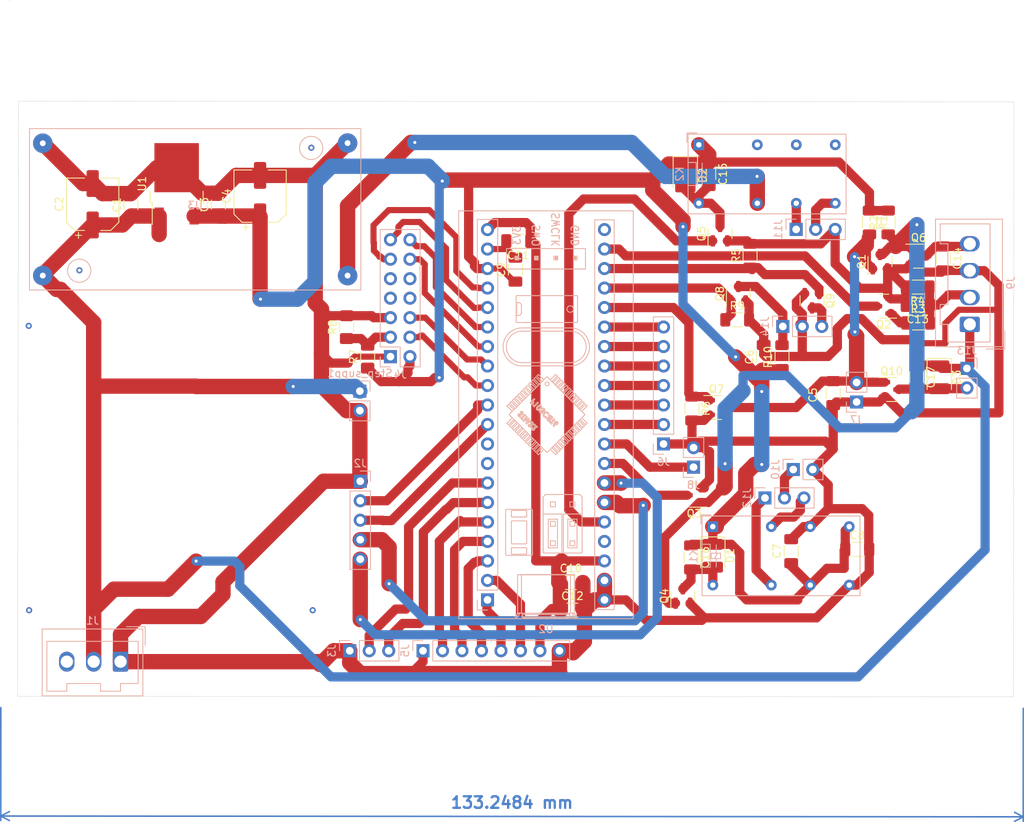
<source format=kicad_pcb>
(kicad_pcb (version 20211014) (generator pcbnew)
  (layers (0 "F.Cu" signal) (31 "B.Cu" signal) (34 "B.Paste" user) (35 "F.Paste" user) (36 "B.SilkS" user "B.Silkscreen") (37 "F.SilkS" user "F.Silkscreen") (38 "B.Mask" user) (39 "F.Mask" user) (44 "Edge.Cuts" user))
  (net 0 "")
  (net 1 "GND")
  (net 2 "+12V")
  (net 3 "+5V")
  (net 4 "Net-(C5-Pad1)")
  (net 5 "Net-(C13-Pad1)")
  (net 6 "Net-(J2-Pad2)")
  (net 7 "Net-(J2-Pad3)")
  (net 8 "Net-(C14-Pad1)")
  (net 10 "Net-(J3-Pad2)")
  (net 11 "Net-(J3-Pad3)")
  (net 12 "Net-(J4-Pad3)")
  (net 13 "Net-(J4-Pad4)")
  (net 14 "Net-(J4-Pad6)")
  (net 19 "Net-(J4-Pad11)")
  (net 20 "Net-(J4-Pad12)")
  (net 21 "Net-(J4-Pad13)")
  (net 22 "Net-(J4-Pad14)")
  (net 23 "Net-(J5-Pad2)")
  (net 24 "Net-(J5-Pad3)")
  (net 25 "Net-(J5-Pad4)")
  (net 26 "Net-(J5-Pad5)")
  (net 27 "Net-(J5-Pad6)")
  (net 28 "+3V3")
  (net 29 "Net-(J6-Pad2)")
  (net 30 "Net-(J6-Pad3)")
  (net 31 "Net-(J6-Pad4)")
  (net 32 "Net-(J6-Pad5)")
  (net 33 "Net-(J6-Pad6)")
  (net 34 "Net-(J6-Pad7)")
  (net 35 "Net-(J8-Pad1)")
  (net 36 "Net-(J10-Pad1)")
  (net 37 "Net-(C15-Pad2)")
  (net 38 "Net-(C16-Pad2)")
  (net 39 "Net-(C17-Pad2)")
  (net 40 "Net-(Q2-Pad1)")
  (net 42 "Net-(J2-Pad4)")
  (net 44 "Net-(J2-Pad5)")
  (net 45 "Net-(J11-Pad1)")
  (net 47 "Net-(J11-Pad2)")
  (net 48 "Net-(J12-Pad1)")
  (net 49 "Net-(J12-Pad3)")
  (net 51 "Net-(J14-Pad1)")
  (net 52 "Net-(Q9-Pad3)")
  (net 56 "Net-(K2-Pad13)")
  (net 57 "Net-(Q1-Pad3)")
  (net 58 "Net-(Q2-Pad3)")
  (net 59 "Net-(Q3-Pad3)")
  (net 60 "Net-(Q5-Pad1)")
  (net 61 "Net-(Q7-Pad1)")
  (net 62 "Net-(Q8-Pad1)")
  (net 63 "Net-(R5-Pad1)")
  (footprint "Capacitor_SMD:C_1206_3216Metric_Pad1.42x1.75mm_HandSolder" (layer "F.Cu") (at 72.8218 39.751 90)
    (fp_text reference "C1")
    (fp_text value "100n")
  )
  (footprint "Capacitor_SMD:CP_Elec_6.3x5.7" (layer "F.Cu") (at 67.8434 39.6494 90)
    (fp_text reference "C2")
    (fp_text value "10u")
  )
  (footprint "Capacitor_SMD:C_1206_3216Metric_Pad1.42x1.75mm_HandSolder" (layer "F.Cu") (at 84.2264 39.7002 90)
    (fp_text reference "C3")
    (fp_text value "100n")
  )
  (footprint "Capacitor_SMD:CP_Elec_6.3x5.7" (layer "F.Cu") (at 89.662 38.5902 90)
    (fp_text reference "C4")
    (fp_text value "10u")
  )
  (footprint "Package_TO_SOT_SMD:TO-252-2" (layer "F.Cu") (at 78.7908 36.9824 90)
    (fp_text reference "U1")
    (fp_text value "L7805")
  )
  (footprint "Resistor_SMD:R_1206_3216Metric_Pad1.42x1.75mm_HandSolder" (layer "F.Cu") (at 103.6828 59.5122 90)
    (fp_text reference "R7")
    (fp_text value "R")
  )
  (footprint "Resistor_SMD:R_1206_3216Metric_Pad1.42x1.75mm_HandSolder" (layer "F.Cu") (at 100.9396 55.6657 90)
    (fp_text reference "R8")
    (fp_text value "R")
  )
  (footprint "Package_TO_SOT_SMD:SOT-23" (layer "F.Cu") (at 170.942 52.9336 180)
    (fp_text reference "Q2")
    (fp_text value "2N7002")
  )
  (footprint "Resistor_SMD:R_1206_3216Metric_Pad1.30x1.75mm_HandSolder" (layer "F.Cu") (at 153.5176 46.3556 90)
    (fp_text reference "R5")
    (fp_text value "4k7")
  )
  (footprint "Resistor_SMD:R_1206_3216Metric_Pad1.30x1.75mm_HandSolder" (layer "F.Cu") (at 175.3616 50.4444 180)
    (fp_text reference "R4")
    (fp_text value "4k7")
  )
  (footprint "Capacitor_SMD:C_1206_3216Metric_Pad1.33x1.80mm_HandSolder" (layer "F.Cu") (at 167.4876 84.6328)
    (fp_text reference "C8")
    (fp_text value "10n")
  )
  (footprint "Package_TO_SOT_SMD:SOT-23" (layer "F.Cu") (at 146.2532 77.5716 180)
    (fp_text reference "Q3")
    (fp_text value "2N7002")
  )
  (footprint "Package_TO_SOT_SMD:SOT-23" (layer "F.Cu") (at 171.97725 63.79055)
    (fp_text reference "Q10")
    (fp_text value "2N7002")
  )
  (footprint "Resistor_SMD:R_1206_3216Metric_Pad1.30x1.75mm_HandSolder" (layer "F.Cu") (at 145.9484 66.268 -90)
    (fp_text reference "R6")
    (fp_text value "4k7")
  )
  (footprint "Package_TO_SOT_SMD:SOT-23" (layer "F.Cu") (at 161.5948 52.2224 -90)
    (fp_text reference "Q9")
    (fp_text value "2N7002")
  )
  (footprint "Diode_SMD:D_1210_3225Metric_Pad1.42x2.65mm_HandSolder" (layer "F.Cu") (at 145.0848 35.9013 -90)
    (fp_text reference "D2")
    (fp_text value "D")
  )
  (footprint "Resistor_SMD:R_1206_3216Metric_Pad1.30x1.75mm_HandSolder" (layer "F.Cu") (at 175.4124 55.118)
    (fp_text reference "R3")
    (fp_text value "4k7")
  )
  (footprint "Capacitor_SMD:C_1206_3216Metric_Pad1.33x1.80mm_HandSolder" (layer "F.Cu") (at 148.1328 35.7124 -90)
    (fp_text reference "C15")
    (fp_text value "100n")
  )
  (footprint "Package_TO_SOT_SMD:SOT-23" (layer "F.Cu") (at 170.45325 47.12815 90)
    (fp_text reference "Q1")
    (fp_text value "BC848")
  )
  (footprint "Capacitor_SMD:C_1206_3216Metric_Pad1.33x1.80mm_HandSolder" (layer "F.Cu") (at 178.68285 46.70945 -90)
    (fp_text reference "C14")
    (fp_text value "100n")
  )
  (footprint "Package_TO_SOT_SMD:SOT-23" (layer "F.Cu") (at 149.606 43.4848 90)
    (fp_text reference "Q5")
    (fp_text value "2N7002")
  )
  (footprint "Capacitor_SMD:C_1206_3216Metric_Pad1.33x1.80mm_HandSolder" (layer "F.Cu") (at 145.8214 85.6742 -90)
    (fp_text reference "C16")
    (fp_text value "100n")
  )
  (footprint "Package_TO_SOT_SMD:SOT-23" (layer "F.Cu") (at 149.1488 66.1416)
    (fp_text reference "Q7")
    (fp_text value "2N7002")
  )
  (footprint "Capacitor_SMD:C_1206_3216Metric_Pad1.33x1.80mm_HandSolder" (layer "F.Cu") (at 122.936 48.1715 90)
    (fp_text reference "C9")
    (fp_text value "10n")
  )
  (footprint "Capacitor_SMD:C_1206_3216Metric_Pad1.33x1.80mm_HandSolder" (layer "F.Cu") (at 155.2956 59.5499 90)
    (fp_text reference "C6")
    (fp_text value "10n")
  )
  (footprint "Resistor_SMD:R_1206_3216Metric_Pad1.30x1.75mm_HandSolder" (layer "F.Cu") (at 169.08165 42.02215 -90)
    (fp_text reference "R1")
    (fp_text value "4k7")
  )
  (footprint "Diode_SMD:D_1210_3225Metric_Pad1.42x2.65mm_HandSolder" (layer "F.Cu") (at 178.17485 62.20145 -90)
    (fp_text reference "D3")
    (fp_text value "D")
  )
  (footprint "Package_TO_SOT_SMD:SOT-23" (layer "F.Cu") (at 151.9936 51.308 90)
    (fp_text reference "Q8")
    (fp_text value "BC848")
  )
  (footprint "Capacitor_SMD:C_1206_3216Metric_Pad1.33x1.80mm_HandSolder" (layer "F.Cu") (at 158.877 84.8614 90)
    (fp_text reference "C7")
    (fp_text value "10n")
  )
  (footprint "Resistor_SMD:R_1206_3216Metric_Pad1.30x1.75mm_HandSolder" (layer "F.Cu") (at 171.52005 42.02215 90)
    (fp_text reference "R2")
    (fp_text value "10k")
  )
  (footprint "Diode_SMD:D_1210_3225Metric_Pad1.42x2.65mm_HandSolder" (layer "F.Cu") (at 148.6662 85.4567 -90)
    (fp_text reference "D1")
    (fp_text value "D")
  )
  (footprint "Package_TO_SOT_SMD:SOT-23" (layer "F.Cu") (at 144.7546 90.7034 90)
    (fp_text reference "Q4")
    (fp_text value "2N7002")
  )
  (footprint "Package_TO_SOT_SMD:SOT-23" (layer "F.Cu") (at 175.48245 46.41695)
    (fp_text reference "Q6")
    (fp_text value "2N7002")
  )
  (footprint "Resistor_SMD:R_1206_3216Metric_Pad1.30x1.75mm_HandSolder" (layer "F.Cu") (at 157.6832 59.5636 90)
    (fp_text reference "R10")
    (fp_text value "4k7")
  )
  (footprint "Capacitor_SMD:C_1206_3216Metric_Pad1.33x1.80mm_HandSolder" (layer "F.Cu") (at 123.317 44.45 180)
    (fp_text reference "C11")
    (fp_text value "10n")
  )
  (footprint "Capacitor_SMD:C_1206_3216Metric_Pad1.33x1.80mm_HandSolder" (layer "F.Cu") (at 130.1619 88.9508)
    (fp_text reference "C10")
    (fp_text value "10n")
  )
  (footprint "Resistor_SMD:R_1206_3216Metric_Pad1.30x1.75mm_HandSolder" (layer "F.Cu") (at 151.8412 54.7116)
    (fp_text reference "R9")
    (fp_text value "4k7")
  )
  (footprint "Capacitor_SMD:C_1206_3216Metric_Pad1.33x1.80mm_HandSolder" (layer "F.Cu") (at 175.3739 52.7812 180)
    (fp_text reference "C13")
    (fp_text value "10n")
  )
  (footprint "Capacitor_SMD:C_1206_3216Metric_Pad1.33x1.80mm_HandSolder" (layer "F.Cu") (at 175.22845 62.17725 -90)
    (fp_text reference "C17")
    (fp_text value "100n")
  )
  (footprint "Capacitor_SMD:C_1206_3216Metric_Pad1.33x1.80mm_HandSolder" (layer "F.Cu") (at 130.3651 92.5576)
    (fp_text reference "C12")
    (fp_text value "10n")
  )
  (footprint "Capacitor_SMD:C_1206_3216Metric_Pad1.33x1.80mm_HandSolder" (layer "F.Cu") (at 164.35725 64.26005 -90)
    (fp_text reference "C5")
    (fp_text value "1n")
  )
  (footprint "Connector_PinHeader_2.54mm:PinHeader_1x05_P2.54mm_Vertical" (layer "B.Cu") (at 102.7176 75.7478 180)
    (fp_text reference "J2")
    (fp_text value "Stepper")
  )
  (footprint "Connector_PinHeader_2.54mm:PinHeader_1x08_P2.54mm_Vertical" (layer "B.Cu") (at 110.8964 97.8408 -90)
    (fp_text reference "J5")
    (fp_text value "KEY_CON")
  )
  (footprint "Connector_Wago:Wago_734-134_1x04_P3.50mm_Vertical" (layer "B.Cu") (at 182.14955 55.30695 90)
    (fp_text reference "J9")
    (fp_text value "LNA_BOX")
  )
  (footprint "Module:YAAJ_BluePill_1" (layer "B.Cu") (at 119.3038 91.2114)
    (fp_text reference "U2")
    (fp_text value "YAAJ_BluePill_Part_Like" hide)
  )
  (footprint "Connector_PinHeader_2.54mm:PinHeader_1x03_P2.54mm_Vertical" (layer "B.Cu") (at 101.346 97.8408 -90)
    (fp_text reference "J3")
    (fp_text value "RS232")
  )
  (footprint "SQ2DK:XL6009E" (layer "B.Cu") (at 81.2038 40.3098)
    (fp_text reference "U3")
    (fp_text value "XL6009E1")
  )
  (footprint "Connector_Wago:Wago_734-133_1x03_P3.50mm_Vertical" (layer "B.Cu") (at 71.4756 99.2632 180)
    (fp_text reference "J1")
    (fp_text value "13.8V In")
  )
  (footprint "Connector_PinHeader_2.54mm:PinHeader_1x02_P2.54mm_Vertical" (layer "B.Cu") (at 102.6668 64.003 180)
    (fp_text reference "Step_supp1")
    (fp_text value "Conn_01x02")
  )
  (footprint "Connector_PinHeader_2.54mm:PinHeader_2x07_P2.54mm_Vertical" (layer "B.Cu") (at 106.6546 59.5122)
    (fp_text reference "J4")
    (fp_text value "LCD_DISP")
  )
  (footprint "Connector_PinHeader_2.54mm:PinHeader_1x07_P2.54mm_Vertical" (layer "B.Cu") (at 142.24 70.8914)
    (fp_text reference "J6")
    (fp_text value "ATT_CON")
  )
  (footprint "Connector_PinHeader_2.54mm:PinHeader_1x03_P2.54mm_Vertical" (layer "B.Cu") (at 155.463 77.9272 -90)
    (fp_text reference "J12")
    (fp_text value "NOR_ON")
  )
  (footprint "Connector_PinHeader_2.54mm:PinHeader_1x02_P2.54mm_Vertical" (layer "B.Cu") (at 159.1514 74.2188 -90)
    (fp_text reference "J10")
    (fp_text value "LNA_V")
  )
  (footprint "Connector_PinHeader_2.54mm:PinHeader_1x02_P2.54mm_Vertical" (layer "B.Cu") (at 146.1516 73.914)
    (fp_text reference "J8")
    (fp_text value "Fltr_lim")
  )
  (footprint "Connector_PinHeader_2.54mm:PinHeader_1x02_P2.54mm_Vertical" (layer "B.Cu") (at 167.40525 65.42115)
    (fp_text reference "J7")
    (fp_text value "PTT_In")
  )
  (footprint "Connector_PinHeader_2.54mm:PinHeader_1x03_P2.54mm_Vertical" (layer "B.Cu") (at 159.527 42.926 -90)
    (fp_text reference "J11")
    (fp_text value "Bypass")
  )
  (footprint "Relay_THT:Relay_DPDT_Omron_G5V-2" (layer "B.Cu") (at 146.8445 31.8991 -90)
    (fp_text reference "K2")
    (fp_text value "G5V-2")
  )
  (footprint "Relay_THT:Relay_DPDT_Omron_G5V-2" (layer "B.Cu") (at 148.6662 81.661 -90)
    (fp_text reference "K1")
    (fp_text value "G5V-2")
  )
  (footprint "Connector_PinHeader_2.54mm:PinHeader_1x03_P2.54mm_Vertical" (layer "B.Cu") (at 157.7848 55.5752 -90)
    (fp_text reference "J14")
    (fp_text value "PTT_IO")
  )
  (footprint "Connector_PinHeader_2.54mm:PinHeader_1x02_P2.54mm_Vertical" (layer "B.Cu") (at 181.78165 61.04235 180)
    (fp_text reference "J13")
    (fp_text value "Relay_dist")
  )
  (gr_line (start 57.0484 13.0556) (end 57.15 13.0556) (layer "Edge.Cuts") (width 0.05))
  (gr_line (start 58.2168 26.2128) (end 58.166 26.2128) (layer "Edge.Cuts") (width 0.05))
  (gr_line (start 58.166 28.1432) (end 58.0644 103.7844) (layer "Edge.Cuts") (width 0.05))
  (gr_line (start 187.9092 26.3144) (end 58.2168 26.2128) (layer "Edge.Cuts") (width 0.05))
  (gr_line (start 187.8584 103.8352) (end 187.9092 26.3144) (layer "Edge.Cuts") (width 0.05))
  (gr_line (start 58.166 26.2128) (end 58.166 28.1432) (layer "Edge.Cuts") (width 0.05))
  (gr_line (start 58.0644 103.7844) (end 187.8584 103.8352) (layer "Edge.Cuts") (width 0.05))
  (gr_line (start 57.0484 13.081) (end 57.0484 13.0556) (layer "Edge.Cuts") (width 0.05))
  (dimension (type aligned) (layer "B.Cu") (pts (xy 55.88 104.7496) (xy 189.1284 104.8512)) (height 14.630279) (gr_text "133,2484 mm" (at 122.494417 117.630676 359.9563128) (layer "B.Cu") (effects (font (size 1.5 1.5) (thickness 0.3)))) (format (units 3) (units_format 1) (precision 4)) (style (thickness 0.2) (arrow_length 1.27) (text_position_mode 0) (extension_height 0.58642) (extension_offset 0.5) keep_text_aligned))
  (via (at 96.3422 32.2834) (size 0.8) (drill 0.4) (layers "F.Cu" "B.Cu") (net 0))
  (via (at 59.563 92.5576) (size 0.8) (drill 0.4) (layers "F.Cu" "B.Cu") (net 0))
  (via (at 59.5122 55.499) (size 0.8) (drill 0.4) (layers "F.Cu" "B.Cu") (net 0))
  (via (at 66.1162 48.26) (size 0.8) (drill 0.4) (layers "F.Cu" "B.Cu") (net 0))
  (via (at 96.52 92.5576) (size 0.8) (drill 0.4) (layers "F.Cu" "B.Cu") (net 0))
  (segment (start 167.7924 50.5968) (end 171.45 50.5968) (width 1.2) (layer "F.Cu") (net 1))
  (segment (start 171.45 50.5968) (end 171.45 51.5541) (width 1.2) (layer "F.Cu") (net 1))
  (segment (start 171.14925 64.74055) (end 173.24725 66.83855) (width 1.2) (layer "F.Cu") (net 1))
  (segment (start 173.802 51.9836) (end 173.8116 51.9932) (width 1.2) (layer "F.Cu") (net 1))
  (segment (start 163.6776 59.4868) (end 160.6296 59.4868) (width 1.2) (layer "F.Cu") (net 1))
  (segment (start 71.4756 99.2632) (end 71.4756 95.7072) (width 2) (layer "F.Cu") (net 1))
  (segment (start 184.02725 48.30695) (end 182.14955 48.30695) (width 1.2) (layer "F.Cu") (net 1))
  (segment (start 153.1343 44.4223) (end 153.5176 44.8056) (width 1.2) (layer "F.Cu") (net 1))
  (segment (start 96.8756 52.5272) (end 96.8756 35.8648) (width 1.2) (layer "F.Cu") (net 1))
  (segment (start 175.4124 53.7464) (end 175.4124 57.0484) (width 1.2) (layer "F.Cu") (net 1))
  (segment (start 121.7545 44.45) (end 121.7545 45.4275) (width 0.8) (layer "F.Cu") (net 1))
  (segment (start 82.1211 38.2127) (end 78.7908 34.8824) (width 2) (layer "F.Cu") (net 1))
  (segment (start 174.97445 48.49975) (end 175.53325 48.49975) (width 1.2) (layer "F.Cu") (net 1))
  (segment (start 100.9396 54.1782) (end 98.5266 54.1782) (width 1.2) (layer "F.Cu") (net 1))
  (segment (start 153.5176 44.8056) (end 162.7274 44.8056) (width 1.2) (layer "F.Cu") (net 1))
  (segment (start 104.4702 54.4322) (end 106.6546 54.4322) (width 1.2) (layer "F.Cu") (net 1))
  (segment (start 147.5486 93.5482) (end 162.179 93.5482) (width 1.2) (layer "F.Cu") (net 1))
  (segment (start 134.5438 88.6714) (end 134.5438 91.2114) (width 2) (layer "F.Cu") (net 1))
  (segment (start 170.7896 57.3024) (end 168.0464 54.5592) (width 1.2) (layer "F.Cu") (net 1))
  (segment (start 160.6296 59.4868) (end 155.5496 59.4868) (width 1.2) (layer "F.Cu") (net 1))
  (segment (start 84.8284 88.8568) (end 97.9374 75.7478) (width 2) (layer "F.Cu") (net 1))
  (segment (start 175.1584 57.3024) (end 170.7896 57.3024) (width 1.2) (layer "F.Cu") (net 1))
  (segment (start 175.53325 48.49975) (end 178.45505 48.49975) (width 1.2) (layer "F.Cu") (net 1))
  (segment (start 131.9276 96.6216) (end 130.4544 98.0948) (width 2) (layer "F.Cu") (net 1))
  (segment (start 130.4544 98.0948) (end 130.2004 97.8408) (width 2) (layer "F.Cu") (net 1))
  (segment (start 76.2029 34.8824) (end 72.8218 38.2635) (width 2) (layer "F.Cu") (net 1))
  (segment (start 160.02 55.2704) (end 160.3248 55.5752) (width 1.2) (layer "F.Cu") (net 1))
  (segment (start 89.662 35.8902) (end 86.5489 35.8902) (width 2) (layer "F.Cu") (net 1))
  (segment (start 67.8434 36.9494) (end 66.5912 36.9494) (width 2) (layer "F.Cu") (net 1))
  (segment (start 164.8968 55.8292) (end 164.8968 58.2676) (width 1.2) (layer "F.Cu") (net 1))
  (segment (start 175.4124 57.0484) (end 175.1584 57.3024) (width 1.2) (layer "F.Cu") (net 1))
  (segment (start 161.3662 81.661) (end 163.703 79.3242) (width 1.2) (layer "F.Cu") (net 1))
  (segment (start 84.8284 90.4824) (end 84.8284 88.8568) (width 2) (layer "F.Cu") (net 1))
  (segment (start 78.7908 34.8824) (end 76.2029 34.8824) (width 2) (layer "F.Cu") (net 1))
  (segment (start 167.40525 65.42115) (end 170.35915 65.42115) (width 1.2) (layer "F.Cu") (net 1))
  (segment (start 182.11455 48.27195) (end 182.14955 48.30695) (width 1.2) (layer "F.Cu") (net 1))
  (segment (start 147.1907 76.5833) (end 148.2344 75.5396) (width 1.2) (layer "F.Cu") (net 1))
  (segment (start 145.9484 67.818) (end 147.4849 67.818) (width 1.2) (layer "F.Cu") (net 1))
  (segment (start 101.346 99.4156) (end 102.743 100.8126) (width 2) (layer "F.Cu") (net 1))
  (segment (start 73.8124 93.3704) (end 81.9404 93.3704) (width 2) (layer "F.Cu") (net 1))
  (segment (start 155.2956 57.9874) (end 155.2956 56.616) (width 1.2) (layer "F.Cu") (net 1))
  (segment (start 160.5149 81.661) (end 158.877 83.2989) (width 1.2) (layer "F.Cu") (net 1))
  (segment (start 171.45 51.5541) (end 171.8795 51.9836) (width 1.2) (layer "F.Cu") (net 1))
  (segment (start 175.63365 48.60015) (end 175.4124 48.8214) (width 1.2) (layer "F.Cu") (net 1))
  (segment (start 128.6764 100.7364) (end 128.7526 100.8126) (width 2) (layer "F.Cu") (net 1))
  (segment (start 97.4836 99.6204) (end 99.2632 97.8408) (width 2) (layer "F.Cu") (net 1))
  (segment (start 169.0501 87.6423) (end 167.4114 89.281) (width 1.2) (layer "F.Cu") (net 1))
  (segment (start 171.40325 48.06565) (end 173.84625 48.06565) (width 1.2) (layer "F.Cu") (net 1))
  (segment (start 119.4054 45.593) (end 119.3038 45.4914) (width 1.2) (layer "F.Cu") (net 1))
  (segment (start 150.556 44.4223) (end 153.1343 44.4223) (width 1.2) (layer "F.Cu") (net 1))
  (segment (start 174.4472 52.7812) (end 175.4124 53.7464) (width 1.2) (layer "F.Cu") (net 1))
  (segment (start 128.6764 97.8408) (end 128.6764 100.7364) (width 2) (layer "F.Cu") (net 1))
  (segment (start 176.1236 57.7596) (end 175.4124 57.0484) (width 0.8) (layer "F.Cu") (net 1))
  (segment (start 147.0016 70.524) (end 163.3283 70.524) (width 1.2) (layer "F.Cu") (net 1))
  (segment (start 173.8116 51.9932) (end 173.8116 52.781) (width 1.2) (layer "F.Cu") (net 1))
  (segment (start 164.35725 65.82255) (end 164.35725 71.55295) (width 1.2) (layer "F.Cu") (net 1))
  (segment (start 97.663 53.3146) (end 97.5106 53.1622) (width 2) (layer "F.Cu") (net 1))
  (segment (start 169.0501 84.6328) (end 169.0501 87.6423) (width 1.2) (layer "F.Cu") (net 1))
  (segment (start 128.7526 100.8126) (end 102.743 100.8126) (width 2) (layer "F.Cu") (net 1))
  (segment (start 162.7274 44.8056) (end 164.607 42.926) (width 1.2) (layer "F.Cu") (net 1))
  (segment (start 178.9684 57.7596) (end 176.1236 57.7596) (width 0.8) (layer "F.Cu") (net 1))
  (segment (start 173.8114 52.7812) (end 174.4472 52.7812) (width 1.2) (layer "F.Cu") (net 1))
  (segment (start 69.1575 38.2635) (end 67.8434 36.9494) (width 2) (layer "F.Cu") (net 1))
  (segment (start 168.1226 79.3242) (end 168.9862 80.1878) (width 1.2) (layer "F.Cu") (net 1))
  (segment (start 164.75865 65.42115) (end 164.35725 65.82255) (width 1.2) (layer "F.Cu") (net 1))
  (segment (start 171.45 50.5968) (end 171.45 48.1124) (width 1.2) (layer "F.Cu") (net 1))
  (segment (start 168.9862 80.1878) (end 168.9862 84.5689) (width 1.2) (layer "F.Cu") (net 1))
  (segment (start 147.1907 76.6216) (end 147.5588 76.6216) (width 1.2) (layer "F.Cu") (net 1))
  (segment (start 101.346 97.8408) (end 101.346 99.4156) (width 2) (layer "F.Cu") (net 1))
  (segment (start 185.94725 66.83855) (end 185.94725 53.37155) (width 1.2) (layer "F.Cu") (net 1))
  (segment (start 97.663 59.1312) (end 97.663 53.3146) (width 2) (layer "F.Cu") (net 1))
  (segment (start 147.2184 93.8784) (end 147.5486 93.5482) (width 1.2) (layer "F.Cu") (net 1))
  (segment (start 147.4849 67.818) (end 148.2113 67.0916) (width 1.2) (layer "F.Cu") (net 1))
  (segment (start 96.8502 35.8902) (end 89.662 35.8902) (width 2) (layer "F.Cu") (net 1))
  (segment (start 130.2004 97.8408) (end 128.6764 97.8408) (width 2) (layer "F.Cu") (net 1))
  (segment (start 137.3378 91.2114) (end 140.0048 93.8784) (width 1.2) (layer "F.Cu") (net 1))
  (segment (start 99.2632 97.8408) (end 101.346 97.8408) (width 2) (layer "F.Cu") (net 1))
  (segment (start 167.4114 89.281) (end 166.4462 89.281) (width 1.2) (layer "F.Cu") (net 1))
  (segment (start 131.7244 92.3544) (end 131.9276 92.5576) (width 2) (layer "F.Cu") (net 1))
  (segment (start 131.9276 92.5576) (end 131.9276 96.6216) (width 2) (layer "F.Cu") (net 1))
  (segment (start 171.45 48.1124) (end 171.40325 48.06565) (width 1.2) (layer "F.Cu") (net 1))
  (segment (start 155.2956 59.2328) (end 155.2956 57.9874) (width 1.2) (layer "F.Cu") (net 1))
  (segment (start 98.5266 54.1782) (end 97.663 55.0418) (width 1.2) (layer "F.Cu") (net 1))
  (segment (start 168.0464 54.5592) (end 166.1668 54.5592) (width 1.2) (layer "F.Cu") (net 1))
  (segment (start 164.8968 58.2676) (end 163.6776 59.4868) (width 1.2) (layer "F.Cu") (net 1))
  (segment (start 133.2738 91.2114) (end 131.9276 92.5576) (width 2) (layer "F.Cu") (net 1))
  (segment (start 147.1907 76.6216) (end 147.1907 76.5833) (width 1.2) (layer "F.Cu") (net 1))
  (segment (start 163.3283 70.524) (end 164.35725 71.55295) (width 1.2) (layer "F.Cu") (net 1))
  (segment (start 173.8116 50.4444) (end 173.8116 51.9932) (width 1.2) (layer "F.Cu") (net 1))
  (segment (start 173.24725 66.83855) (end 185.94725 66.83855) (width 1.2) (layer "F.Cu") (net 1))
  (segment (start 66.5912 36.9494) (end 61.341 31.6992) (width 2) (layer "F.Cu") (net 1))
  (segment (start 159.5628 53.1876) (end 159.5628 52.3669) (width 1.2) (layer "F.Cu") (net 1))
  (segment (start 84.2264 38.2127) (end 82.1211 38.2127) (width 2) (layer "F.Cu") (net 1))
  (segment (start 71.4756 99.2632) (end 97.1264 99.2632) (width 2) (layer "F.Cu") (net 1))
  (segment (start 160.3248 59.182) (end 160.6296 59.4868) (width 1.2) (layer "F.Cu") (net 1))
  (segment (start 173.8116 52.781) (end 173.8114 52.7812) (width 1.2) (layer "F.Cu") (net 1))
  (segment (start 145.7046 91.7042) (end 147.5486 93.5482) (width 1.2) (layer "F.Cu") (net 1))
  (segment (start 153.3912 54.7116) (end 153.3912 52.6931) (width 1.2) (layer "F.Cu") (net 1))
  (segment (start 131.7244 88.9508) (end 131.7244 92.3544) (width 2) (layer "F.Cu") (net 1))
  (segment (start 97.663 59.1312) (end 98.8822 60.3504) (width 1.2) (layer "F.Cu") (net 1))
  (segment (start 147.9804 71.882) (end 147.4724 71.374) (width 1.2) (layer "F.Cu") (net 1))
  (segment (start 97.663 63.2714) (end 97.663 59.1312) (width 2) (layer "F.Cu") (net 1))
  (segment (start 170.35915 65.42115) (end 171.03975 64.74055) (width 1.2) (layer "F.Cu") (net 1))
  (segment (start 106.6546 59.5122) (end 101.981 59.5122) (width 0.8) (layer "F.Cu") (net 1))
  (segment (start 178.45505 48.49975) (end 178.68285 48.27195) (width 1.2) (layer "F.Cu") (net 1))
  (segment (start 163.703 76.2304) (end 161.6914 74.2188) (width 1.2) (layer "F.Cu") (net 1))
  (segment (start 153.3912 52.6931) (end 152.9436 52.2455) (width 1.2) (layer "F.Cu") (net 1))
  (segment (start 166.1668 54.5592) (end 164.8968 55.8292) (width 1.2) (layer "F.Cu") (net 1))
  (segment (start 97.1264 99.2632) (end 97.4836 99.6204) (width 2) (layer "F.Cu") (net 1))
  (segment (start 142.24 70.8914) (end 145.669 70.8914) (width 1.2) (layer "F.Cu") (net 1))
  (segment (start 109.347 100.8126) (end 128.7526 100.8126) (width 1.2) (layer "F.Cu") (net 1))
  (segment (start 164.607 47.4114) (end 167.7924 50.5968) (width 1.2) (layer "F.Cu") (net 1))
  (segment (start 173.84625 48.06565) (end 174.54495 47.36695) (width 1.2) (layer "F.Cu") (net 1))
  (segment (start 173.782 50.4444) (end 171.45 48.1124) (width 1.2) (layer "F.Cu") (net 1))
  (segment (start 97.9374 75.7478) (end 102.7176 75.7478) (width 2) (layer "F.Cu") (net 1))
  (segment (start 185.94725 53.37155) (end 185.94725 50.22695) (width 1.2) (layer "F.Cu") (net 1))
  (segment (start 148.2344 71.882) (end 147.9804 71.882) (width 1.2) (layer "F.Cu") (net 1))
  (segment (start 86.5489 35.8902) (end 84.2264 38.2127) (width 2) (layer "F.Cu") (net 1))
  (segment (start 96.8502 35.8902) (end 96.8756 35.8648) (width 1.2) (layer "F.Cu") (net 1))
  (segment (start 145.9484 67.818) (end 145.9484 71.1708) (width 1.2) (layer "F.Cu") (net 1))
  (segment (start 162.179 93.5482) (end 166.4462 89.281) (width 1.2) (layer "F.Cu") (net 1))
  (segment (start 145.7046 91.6409) (end 145.7046 91.7042) (width 1.2) (layer "F.Cu") (net 1))
  (segment (start 97.5106 53.1622) (end 96.8502 52.5018) (width 2) (layer "F.Cu") (net 1))
  (segment (start 180.73025 53.40695) (end 178.9684 55.1688) (width 0.8) (layer "F.Cu") (net 1))
  (segment (start 101.981 59.5122) (end 101.1428 60.3504) (width 0.8) (layer "F.Cu") (net 1))
  (segment (start 163.703 79.3242) (end 168.1226 79.3242) (width 1.2) (layer "F.Cu") (net 1))
  (segment (start 155.5496 59.4868) (end 155.2956 59.2328) (width 1.2) (layer "F.Cu") (net 1))
  (segment (start 178.9684 55.1688) (end 178.9684 57.7596) (width 0.8) (layer "F.Cu") (net 1))
  (segment (start 174.54495 48.07025) (end 174.97445 48.49975) (width 1.2) (layer "F.Cu") (net 1))
  (segment (start 173.8116 50.4444) (end 173.782 50.4444) (width 1.2) (layer "F.Cu") (net 1))
  (segment (start 102.743 100.8126) (end 109.347 100.8126) (width 1.2) (layer "F.Cu") (net 1))
  (segment (start 164.35725 71.55295) (end 161.6914 74.2188) (width 1.2) (layer "F.Cu") (net 1))
  (segment (start 159.5628 52.3669) (end 160.6448 51.2849) (width 1.2) (layer "F.Cu") (net 1))
  (segment (start 161.2088 81.5036) (end 161.3662 81.661) (width 1.2) (layer "F.Cu") (net 1))
  (segment (start 174.54495 47.36695) (end 174.54495 48.07025) (width 1.2) (layer "F.Cu") (net 1))
  (segment (start 160.3248 53.9496) (end 159.5628 53.1876) (width 1.2) (layer "F.Cu") (net 1))
  (segment (start 145.9484 71.1708) (end 146.1516 71.374) (width 1.2) (layer "F.Cu") (net 1))
  (segment (start 160.3248 55.5752) (end 160.3248 53.9496) (width 1.2) (layer "F.Cu") (net 1))
  (segment (start 71.4756 95.7072) (end 73.8124 93.3704) (width 2) (layer "F.Cu") (net 1))
  (segment (start 119.3038 45.4914) (end 121.6906 45.4914) (width 0.8) (layer "F.Cu") (net 1))
  (segment (start 96.8756 35.8648) (end 101.0666 31.6738) (width 2) (layer "F.Cu") (net 1))
  (segment (start 102.6668 66.543) (end 100.9346 66.543) (width 2) (layer "F.Cu") (net 1))
  (segment (start 134.5438 91.2114) (end 137.3378 91.2114) (width 1.2) (layer "F.Cu") (net 1))
  (segment (start 178.68285 48.27195) (end 182.11455 48.27195) (width 1.2) (layer "F.Cu") (net 1))
  (segment (start 104.2162 54.1782) (end 100.9396 54.1782) (width 1.2) (layer "F.Cu") (net 1))
  (segment (start 98.5266 54.1782) (end 97.5106 53.1622) (width 1.2) (layer "F.Cu") (net 1))
  (segment (start 161.3662 81.661) (end 160.5149 81.661) (width 1.2) (layer "F.Cu") (net 1))
  (segment (start 168.9862 84.5689) (end 169.0501 84.6328) (width 1.2) (layer "F.Cu") (net 1))
  (segment (start 164.607 42.926) (end 164.607 47.4114) (width 1.2) (layer "F.Cu") (net 1))
  (segment (start 97.5106 53.1622) (end 96.8756 52.5272) (width 1.2) (layer "F.Cu") (net 1))
  (segment (start 134.5438 91.2114) (end 133.2738 91.2114) (width 2) (layer "F.Cu") (net 1))
  (segment (start 81.9404 93.3704) (end 84.8284 90.4824) (width 2) (layer "F.Cu") (net 1))
  (segment (start 185.94725 53.37155) (end 185.91185 53.40695) (width 0.8) (layer "F.Cu") (net 1))
  (segment (start 146.1516 71.374) (end 147.0016 70.524) (width 1.2) (layer "F.Cu") (net 1))
  (segment (start 97.663 55.0418) (end 97.663 59.1312) (width 1.2) (layer "F.Cu") (net 1))
  (segment (start 100.9346 66.543) (end 97.663 63.2714) (width 2) (layer "F.Cu") (net 1))
  (segment (start 104.4702 54.4322) (end 104.2162 54.1782) (width 1.2) (layer "F.Cu") (net 1))
  (segment (start 102.6668 75.697) (end 102.7176 75.7478) (width 2) (layer "F.Cu") (net 1))
  (segment (start 110.8964 99.2632) (end 110.8964 97.8408) (width 1.2) (layer "F.Cu") (net 1))
  (segment (start 171.03975 64.74055) (end 171.14925 64.74055) (width 1.2) (layer "F.Cu") (net 1))
  (segment (start 98.8822 60.3504) (end 101.1428 60.3504) (width 1.2) (layer "F.Cu") (net 1))
  (segment (start 185.94725 50.22695) (end 184.02725 48.30695) (width 1.2) (layer "F.Cu") (net 1))
  (segment (start 155.2956 56.616) (end 153.3912 54.7116) (width 1.2) (layer "F.Cu") (net 1))
  (segment (start 163.703 79.3242) (end 163.703 76.2304) (width 1.2) (layer "F.Cu") (net 1))
  (segment (start 140.0048 93.8784) (end 147.2184 93.8784) (width 1.2) (layer "F.Cu") (net 1))
  (segment (start 121.7545 45.4275) (end 122.936 46.609) (width 0.8) (layer "F.Cu") (net 1))
  (segment (start 167.40525 65.42115) (end 164.75865 65.42115) (width 1.2) (layer "F.Cu") (net 1))
  (segment (start 175.53325 48.49975) (end 175.63365 48.60015) (width 1.2) (layer "F.Cu") (net 1))
  (segment (start 109.347 100.8126) (end 110.8964 99.2632) (width 1.2) (layer "F.Cu") (net 1))
  (segment (start 148.2344 75.5396) (end 148.2344 71.882) (width 1.2) (layer "F.Cu") (net 1))
  (segment (start 147.4724 71.374) (end 146.1516 71.374) (width 1.2) (layer "F.Cu") (net 1))
  (segment (start 121.6906 45.4914) (end 121.7545 45.4275) (width 0.8) (layer "F.Cu") (net 1))
  (segment (start 145.669 70.8914) (end 146.1516 71.374) (width 1.2) (layer "F.Cu") (net 1))
  (segment (start 72.8218 38.2635) (end 69.1575 38.2635) (width 2) (layer "F.Cu") (net 1))
  (segment (start 185.91185 53.40695) (end 180.73025 53.40695) (width 0.8) (layer "F.Cu") (net 1))
  (segment (start 171.8795 51.9836) (end 173.802 51.9836) (width 1.2) (layer "F.Cu") (net 1))
  (segment (start 160.3248 55.5752) (end 160.3248 59.182) (width 1.2) (layer "F.Cu") (net 1))
  (segment (start 102.6668 66.543) (end 102.6668 75.697) (width 2) (layer "F.Cu") (net 1))
  (segment (start 96.8502 52.5018) (end 96.8502 35.8902) (width 2) (layer "F.Cu") (net 1))
  (segment (start 67.9756 92.4508) (end 67.9756 63.3528) (width 2) (layer "F.Cu") (net 2))
  (segment (start 67.9756 92.4508) (end 67.9756 99.2632) (width 2) (layer "F.Cu") (net 2))
  (segment (start 67.9756 55.0724) (end 63.6524 50.7492) (width 2) (layer "F.Cu") (net 2))
  (segment (start 76.5108 43.5924) (end 76.5108 41.1824) (width 2) (layer "F.Cu") (net 2))
  (segment (start 81.2852 63.3528) (end 67.9756 63.3528) (width 2) (layer "F.Cu") (net 2))
  (segment (start 181.78165 61.04235) (end 178.50325 61.04235) (width 1.2) (layer "F.Cu") (net 2))
  (segment (start 72.8218 41.2385) (end 72.8779 41.1824) (width 2) (layer "F.Cu") (net 2))
  (segment (start 81.3308 63.3984) (end 93.98 63.3984) (width 2) (layer "F.Cu") (net 2))
  (segment (start 71.7109 42.3494) (end 72.8218 41.2385) (width 2) (layer "F.Cu") (net 2))
  (segment (start 77.6732 89.8144) (end 70.612 89.8144) (width 2) (layer "F.Cu") (net 2))
  (segment (start 175.22845 60.61475) (end 178.07565 60.61475) (width 1.2) (layer "F.Cu") (net 2))
  (segment (start 61.341 48.8518) (end 67.8434 42.3494) (width 2) (layer "F.Cu") (net 2))
  (segment (start 81.3308 86.1568) (end 77.6732 89.8144) (width 2) (layer "F.Cu") (net 2))
  (segment (start 182.14955 60.67445) (end 181.78165 61.04235) (width 1.2) (layer "F.Cu") (net 2))
  (segment (start 178.07565 60.61475) (end 178.17485 60.71395) (width 1.2) (layer "F.Cu") (net 2))
  (segment (start 63.6524 50.7492) (end 63.1444 50.7492) (width 2) (layer "F.Cu") (net 2))
  (segment (start 81.3308 63.3984) (end 81.2852 63.3528) (width 2) (layer "F.Cu") (net 2))
  (segment (start 76.5108 41.1824) (end 75.4724 41.1824) (width 1.2) (layer "F.Cu") (net 2))
  (segment (start 70.612 89.8144) (end 67.9756 92.4508) (width 2) (layer "F.Cu") (net 2))
  (segment (start 70.137 42.3494) (end 71.7109 42.3494) (width 2) (layer "F.Cu") (net 2))
  (segment (start 63.1444 50.7492) (end 61.341 48.9458) (width 2) (layer "F.Cu") (net 2))
  (segment (start 72.8779 41.1824) (end 75.4724 41.1824) (width 2) (layer "F.Cu") (net 2))
  (segment (start 67.9756 63.3528) (end 67.9756 55.0724) (width 2) (layer "F.Cu") (net 2))
  (segment (start 178.50325 61.04235) (end 178.17485 60.71395) (width 1.2) (layer "F.Cu") (net 2))
  (segment (start 70.137 42.3494) (end 67.8434 42.3494) (width 2) (layer "F.Cu") (net 2))
  (segment (start 182.14955 55.30695) (end 182.14955 60.67445) (width 1.2) (layer "F.Cu") (net 2))
  (segment (start 61.341 48.9458) (end 61.341 48.8518) (width 2) (layer "F.Cu") (net 2))
  (via (at 81.3308 86.1568) (size 0.8) (drill 0.4) (layers "F.Cu" "B.Cu") (net 2))
  (via (at 93.98 63.3984) (size 0.8) (drill 0.4) (layers "F.Cu" "B.Cu") (net 2))
  (segment (start 98.9076 101.2444) (end 87.0204 89.3572) (width 1.2) (layer "B.Cu") (net 2))
  (segment (start 87.0204 86.868) (end 86.3092 86.1568) (width 1.2) (layer "B.Cu") (net 2))
  (segment (start 93.98 63.3984) (end 102.0622 63.3984) (width 2) (layer "B.Cu") (net 2))
  (segment (start 181.78165 61.04235) (end 184.15 63.4107) (width 1.2) (layer "B.Cu") (net 2))
  (segment (start 184.15 84.6836) (end 167.5892 101.2444) (width 1.2) (layer "B.Cu") (net 2))
  (segment (start 167.5892 101.2444) (end 98.9076 101.2444) (width 1.2) (layer "B.Cu") (net 2))
  (segment (start 102.0622 63.3984) (end 102.6668 64.003) (width 2) (layer "B.Cu") (net 2))
  (segment (start 184.15 63.4107) (end 184.15 84.6836) (width 1.2) (layer "B.Cu") (net 2))
  (segment (start 86.3092 86.1568) (end 81.3308 86.1568) (width 1.2) (layer "B.Cu") (net 2))
  (segment (start 87.0204 89.3572) (end 87.0204 86.868) (width 1.2) (layer "B.Cu") (net 2))
  (segment (start 155.1212 61.2868) (end 155.2956 61.2868) (width 2) (layer "F.Cu") (net 3))
  (segment (start 152.1714 90.297) (end 153.0858 91.2114) (width 1.2) (layer "F.Cu") (net 3))
  (segment (start 165.7858 87.0966) (end 165.7858 84.7721) (width 1.2) (layer "F.Cu") (net 3))
  (segment (start 165.7858 84.7721) (end 165.9251 84.6328) (width 1.2) (layer "F.Cu") (net 3))
  (segment (start 155.0416 62.4332) (end 154.5336 62.4332) (width 2) (layer "F.Cu") (net 3))
  (segment (start 142.929 34.4138) (end 145.0848 34.4138) (width 2) (layer "F.Cu") (net 3))
  (segment (start 116.84 36.4998) (end 116.84 39.878) (width 1.2) (layer "F.Cu") (net 3))
  (segment (start 154.5336 62.4332) (end 151.638 59.5376) (width 2) (layer "F.Cu") (net 3))
  (segment (start 119.3038 48.0314) (end 121.0564 48.0314) (width 0.8) (layer "F.Cu") (net 3))
  (segment (start 152.9588 77.3684) (end 152.9588 74.7268) (width 2) (layer "F.Cu") (net 3))
  (segment (start 84.2264 41.1877) (end 85.1011 41.1877) (width 1.2) (layer "F.Cu") (net 3))
  (segment (start 148.6662 83.9692) (end 145.9639 83.9692) (width 1.2) (layer "F.Cu") (net 3))
  (segment (start 107.7976 62.7634) (end 105.4465 62.7634) (width 1.2) (layer "F.Cu") (net 3))
  (segment (start 158.877 86.4239) (end 158.877 86.7918) (width 1.2) (layer "F.Cu") (net 3))
  (segment (start 165.9251 84.6328) (end 165.9251 82.1821) (width 1.2) (layer "F.Cu") (net 3))
  (segment (start 169.08165 38.11925) (end 169.08165 40.47215) (width 1.2) (layer "F.Cu") (net 3))
  (segment (start 155.0416 62.4332) (end 155.0416 61.3664) (width 2) (layer "F.Cu") (net 3))
  (segment (start 85.0958 41.1824) (end 85.1011 41.1877) (width 2) (layer "F.Cu") (net 3))
  (segment (start 89.5595 41.1877) (end 89.662 41.2902) (width 2) (layer "F.Cu") (net 3))
  (segment (start 84.2264 41.1877) (end 89.5595 41.1877) (width 2) (layer "F.Cu") (net 3))
  (segment (start 144.78 42.5704) (end 144.78 41.7576) (width 2) (layer "F.Cu") (net 3))
  (segment (start 154.1272 73.5584) (end 155.0416 73.5584) (width 2) (layer "F.Cu") (net 3))
  (segment (start 148.1328 34.1499) (end 148.1328 33.1874) (width 2) (layer "F.Cu") (net 3))
  (segment (start 169.08165 40.47215) (end 171.52005 40.47215) (width 1.2) (layer "F.Cu") (net 3))
  (segment (start 155.2956 61.1124) (end 157.682 61.1124) (width 1.2) (layer "F.Cu") (net 3))
  (segment (start 84.2211 41.1824) (end 84.2264 41.1877) (width 1.2) (layer "F.Cu") (net 3))
  (segment (start 140.843 36.4998) (end 142.929 34.4138) (width 2) (layer "F.Cu") (net 3))
  (segment (start 117.9322 48.0314) (end 119.3038 48.0314) (width 1.2) (layer "F.Cu") (net 3))
  (segment (start 165.9251 82.1821) (end 166.4462 81.661) (width 1.2) (layer "F.Cu") (net 3))
  (segment (start 163.5506 87.0966) (end 165.7858 87.0966) (width 1.2) (layer "F.Cu") (net 3))
  (segment (start 145.9639 83.9692) (end 145.8214 84.1117) (width 1.2) (layer "F.Cu") (net 3))
  (segment (start 121.0564 48.0314) (end 122.759 49.734) (width 0.8) (layer "F.Cu") (net 3))
  (segment (start 112.445316 62.248999) (end 111.930915 62.7634) (width 1.2) (layer "F.Cu") (net 3))
  (segment (start 161.3662 89.281) (end 163.5506 87.0966) (width 1.2) (layer "F.Cu") (net 3))
  (segment (start 148.1328 33.1874) (end 146.8445 31.8991) (width 2) (layer "F.Cu") (net 3))
  (segment (start 113.411 36.6268) (end 113.538 36.4998) (width 2) (layer "F.Cu") (net 3))
  (segment (start 153.0858 91.2114) (end 159.7406 91.2114) (width 1.2) (layer "F.Cu") (net 3))
  (segment (start 113.011001 62.248999) (end 112.445316 62.248999) (width 1.2) (layer "F.Cu") (net 3))
  (segment (start 89.662 41.2902) (end 89.662 51.9684) (width 2) (layer "F.Cu") (net 3))
  (segment (start 108.9406 60.968281) (end 108.9406 61.6204) (width 1.2) (layer "F.Cu") (net 3))
  (segment (start 109.1946 60.714281) (end 108.9406 60.968281) (width 1.2) (layer "F.Cu") (net 3))
  (segment (start 148.6662 83.9692) (end 151.076 83.9692) (width 1.2) (layer "F.Cu") (net 3))
  (segment (start 113.538 36.4998) (end 140.843 36.4998) (width 2) (layer "F.Cu") (net 3))
  (segment (start 147.8689 34.4138) (end 148.1328 34.1499) (width 2) (layer "F.Cu") (net 3))
  (segment (start 81.0708 41.1824) (end 84.2211 41.1824) (width 1.2) (layer "F.Cu") (net 3))
  (segment (start 116.84 46.482) (end 117.602 47.244) (width 1.2) (layer "F.Cu") (net 3))
  (segment (start 157.682 61.1124) (end 157.6832 61.1136) (width 1.2) (layer "F.Cu") (net 3))
  (segment (start 117.602 47.7012) (end 117.9322 48.0314) (width 1.2) (layer "F.Cu") (net 3))
  (segment (start 116.9416 39.7764) (end 116.84 39.878) (width 0.8) (layer "F.Cu") (net 3))
  (segment (start 117.602 47.244) (end 117.602 47.7012) (width 1.2) (layer "F.Cu") (net 3))
  (segment (start 111.930915 62.7634) (end 107.7976 62.7634) (width 1.2) (layer "F.Cu") (net 3))
  (segment (start 89.662 51.9684) (end 89.7128 52.0192) (width 2) (layer "F.Cu") (net 3))
  (segment (start 151.076 83.9692) (end 152.1714 85.0646) (width 1.2) (layer "F.Cu") (net 3))
  (segment (start 165.1123 34.1499) (end 169.08165 38.11925) (width 1.2) (layer "F.Cu") (net 3))
  (segment (start 116.84 36.4998) (end 113.538 36.4998) (width 1.2) (layer "F.Cu") (net 3))
  (segment (start 145.0848 34.4138) (end 147.8689 34.4138) (width 2) (layer "F.Cu") (net 3))
  (segment (start 148.6662 81.661) (end 149.1234 81.661) (width 2) (layer "F.Cu") (net 3))
  (segment (start 105.4465 62.7634) (end 103.6828 60.9997) (width 1.2) (layer "F.Cu") (net 3))
  (segment (start 155.0416 61.3664) (end 155.1212 61.2868) (width 2) (layer "F.Cu") (net 3))
  (segment (start 159.7406 90.9066) (end 161.3662 89.281) (width 1.2) (layer "F.Cu") (net 3))
  (segment (start 81.0708 41.1824) (end 85.0958 41.1824) (width 2) (layer "F.Cu") (net 3))
  (segment (start 158.877 86.7918) (end 161.3662 89.281) (width 1.2) (layer "F.Cu") (net 3))
  (segment (start 109.1946 59.5122) (end 109.1946 60.714281) (width 1.2) (layer "F.Cu") (net 3))
  (segment (start 148.6662 81.661) (end 148.6662 83.9692) (width 1.2) (layer "F.Cu") (net 3))
  (segment (start 116.84 36.4998) (end 140.843 36.4998) (width 1.2) (layer "F.Cu") (net 3))
  (segment (start 148.1959 34.0868) (end 148.1328 34.1499) (width 1.2) (layer "F.Cu") (net 3))
  (segment (start 152.9588 74.7268) (end 154.1272 73.5584) (width 2) (layer "F.Cu") (net 3))
  (segment (start 85.1011 41.1877) (end 89.5595 41.1877) (width 1.2) (layer "F.Cu") (net 3))
  (segment (start 159.7406 91.2114) (end 159.7406 90.9066) (width 1.2) (layer "F.Cu") (net 3))
  (segment (start 155.0416 64.0588) (end 155.0416 62.4332) (width 2) (layer "F.Cu") (net 3))
  (segment (start 148.1328 34.1499) (end 165.1123 34.1499) (width 1.2) (layer "F.Cu") (net 3))
  (segment (start 148.6662 81.661) (end 152.9588 77.3684) (width 2) (layer "F.Cu") (net 3))
  (segment (start 140.843 37.8206) (end 140.843 36.4998) (width 2) (layer "F.Cu") (net 3))
  (segment (start 108.9406 61.6204) (end 107.7976 62.7634) (width 1.2) (layer "F.Cu") (net 3))
  (segment (start 152.1714 85.0646) (end 152.1714 90.297) (width 1.2) (layer "F.Cu") (net 3))
  (segment (start 116.84 39.878) (end 116.84 46.482) (width 1.2) (layer "F.Cu") (net 3))
  (segment (start 122.759 49.734) (end 122.936 49.734) (width 0.8) (layer "F.Cu") (net 3))
  (segment (start 144.78 41.7576) (end 140.843 37.8206) (width 2) (layer "F.Cu") (net 3))
  (via (at 151.638 59.5376) (size 0.8) (drill 0.4) (layers "F.Cu" "B.Cu") (net 3))
  (via (at 89.7128 52.0192) (size 0.8) (drill 0.4) (layers "F.Cu" "B.Cu") (net 3))
  (via (at 155.0416 73.5584) (size 0.8) (drill 0.4) (layers "F.Cu" "B.Cu") (net 3))
  (via (at 113.411 36.6268) (size 0.8) (drill 0.4) (layers "F.Cu" "B.Cu") (net 3))
  (via (at 144.78 42.5704) (size 0.8) (drill 0.4) (layers "F.Cu" "B.Cu") (net 3))
  (via (at 155.0416 64.0588) (size 0.8) (drill 0.4) (layers "F.Cu" "B.Cu") (net 3))
  (via (at 113.011001 62.248999) (size 0.8) (drill 0.4) (layers "F.Cu" "B.Cu") (net 3))
  (segment (start 111.5568 34.6964) (end 113.411 36.5506) (width 2) (layer "B.Cu") (net 3))
  (segment (start 113.411 36.5506) (end 113.411 36.6268) (width 2) (layer "B.Cu") (net 3))
  (segment (start 113.411 36.6268) (end 113.011001 37.026799) (width 1.2) (layer "B.Cu") (net 3))
  (segment (start 151.638 59.5376) (end 144.78 52.6796) (width 1.2) (layer "B.Cu") (net 3))
  (segment (start 94.5388 52.0192) (end 96.8248 49.7332) (width 2) (layer "B.Cu") (net 3))
  (segment (start 113.011001 37.026799) (end 113.011001 62.248999) (width 1.2) (layer "B.Cu") (net 3))
  (segment (start 96.8248 36.83) (end 98.9584 34.6964) (width 2) (layer "B.Cu") (net 3))
  (segment (start 98.9584 34.6964) (end 111.5568 34.6964) (width 2) (layer "B.Cu") (net 3))
  (segment (start 96.8248 49.7332) (end 96.8248 36.83) (width 2) (layer "B.Cu") (net 3))
  (segment (start 155.0416 73.5584) (end 155.0416 64.0588) (width 2) (layer "B.Cu") (net 3))
  (segment (start 144.78 52.6796) (end 144.78 42.5704) (width 1.2) (layer "B.Cu") (net 3))
  (segment (start 89.7128 52.0192) (end 94.5388 52.0192) (width 2) (layer "B.Cu") (net 3))
  (segment (start 167.40525 62.88115) (end 167.40525 56.84245) (width 2) (layer "F.Cu") (net 4))
  (segment (start 169.08165 43.57215) (end 168.67525 43.97855) (width 1.2) (layer "F.Cu") (net 4))
  (segment (start 167.132 46.482) (end 168.62445 44.98955) (width 2) (layer "F.Cu") (net 4))
  (segment (start 167.44585 62.84055) (end 167.40525 62.88115) (width 1.2) (layer "F.Cu") (net 4))
  (segment (start 167.22165 62.69755) (end 167.40525 62.88115) (width 1.2) (layer "F.Cu") (net 4))
  (segment (start 162.95605 62.69755) (end 164.35725 62.69755) (width 1.2) (layer "F.Cu") (net 4))
  (segment (start 159.512 66.1416) (end 162.95605 62.69755) (width 1.2) (layer "F.Cu") (net 4))
  (segment (start 164.35725 62.69755) (end 167.22165 62.69755) (width 1.2) (layer "F.Cu") (net 4))
  (segment (start 169.08165 43.57215) (end 169.08165 44.53235) (width 1.2) (layer "F.Cu") (net 4))
  (segment (start 168.62445 44.98955) (end 168.67525 44.98955) (width 2) (layer "F.Cu") (net 4))
  (segment (start 168.67525 47.23765) (end 169.50325 48.06565) (width 1.2) (layer "F.Cu") (net 4))
  (segment (start 167.1828 62.6587) (end 167.40525 62.88115) (width 1.2) (layer "F.Cu") (net 4))
  (segment (start 167.40525 56.84245) (end 167.2048 56.642) (width 2) (layer "F.Cu") (net 4))
  (segment (start 168.67525 44.98955) (end 168.67525 47.23765) (width 1.2) (layer "F.Cu") (net 4))
  (segment (start 168.67525 43.97855) (end 168.67525 44.98955) (width 1.2) (layer "F.Cu") (net 4))
  (segment (start 150.0863 66.1416) (end 159.512 66.1416) (width 1.2) (layer "F.Cu") (net 4))
  (segment (start 171.03975 62.84055) (end 167.44585 62.84055) (width 1.2) (layer "F.Cu") (net 4))
  (via (at 167.132 46.482) (size 0.8) (drill 0.4) (layers "F.Cu" "B.Cu") (net 4))
  (via (at 167.1828 56.2864) (size 0.8) (drill 0.4) (layers "F.Cu" "B.Cu") (net 4))
  (segment (start 167.132 46.482) (end 167.132 56.2356) (width 1.2) (layer "B.Cu") (net 4))
  (segment (start 167.132 56.2356) (end 167.1828 56.2864) (width 1.2) (layer "B.Cu") (net 4))
  (segment (start 179.3748 51.4604) (end 181.803 51.4604) (width 1.2) (layer "F.Cu") (net 5))
  (segment (start 178.054 52.7812) (end 179.3748 51.4604) (width 1.2) (layer "F.Cu") (net 5))
  (segment (start 176.9116 50.4444) (end 176.9116 52.7564) (width 1.2) (layer "F.Cu") (net 5))
  (segment (start 181.803 51.4604) (end 182.14955 51.80695) (width 1.2) (layer "F.Cu") (net 5))
  (segment (start 176.9116 52.7564) (end 176.9364 52.7812) (width 1.2) (layer "F.Cu") (net 5))
  (segment (start 176.9364 55.092) (end 176.9624 55.118) (width 1.2) (layer "F.Cu") (net 5))
  (segment (start 176.9364 52.7812) (end 178.054 52.7812) (width 1.2) (layer "F.Cu") (net 5))
  (segment (start 176.9364 52.7812) (end 176.9364 55.092) (width 1.2) (layer "F.Cu") (net 5))
  (segment (start 106.167 78.2878) (end 118.0084 66.4464) (width 1.2) (layer "F.Cu") (net 6))
  (segment (start 118.0338 65.8114) (end 119.3038 65.8114) (width 1.2) (layer "F.Cu") (net 6))
  (segment (start 102.7176 78.2878) (end 106.167 78.2878) (width 1.2) (layer "F.Cu") (net 6))
  (segment (start 118.0084 65.8368) (end 118.0338 65.8114) (width 1.2) (layer "F.Cu") (net 6))
  (segment (start 118.0084 66.4464) (end 118.0084 65.8368) (width 1.2) (layer "F.Cu") (net 6))
  (segment (start 119.3038 68.3514) (end 106.7816 80.8736) (width 1.2) (layer "F.Cu") (net 7))
  (segment (start 106.7816 80.8736) (end 105.6132 80.8736) (width 1.2) (layer "F.Cu") (net 7))
  (segment (start 105.6132 80.8736) (end 105.5674 80.8278) (width 1.2) (layer "F.Cu") (net 7))
  (segment (start 105.5674 80.8278) (end 102.7176 80.8278) (width 1.2) (layer "F.Cu") (net 7))
  (segment (start 181.80955 45.14695) (end 182.14955 44.80695) (width 1.2) (layer "F.Cu") (net 8))
  (segment (start 178.68285 45.14695) (end 177.68995 45.14695) (width 1.2) (layer "F.Cu") (net 8))
  (segment (start 177.68995 45.14695) (end 176.41995 46.41695) (width 1.2) (layer "F.Cu") (net 8))
  (segment (start 178.68285 45.14695) (end 181.80955 45.14695) (width 1.2) (layer "F.Cu") (net 8))
  (segment (start 103.886 95.8596) (end 107.3404 92.4052) (width 1.2) (layer "F.Cu") (net 10))
  (segment (start 108.6612 92.4052) (end 109.0168 92.0496) (width 1.2) (layer "F.Cu") (net 10))
  (segment (start 109.0168 92.0496) (end 109.0168 81.6864) (width 1.2) (layer "F.Cu") (net 10))
  (segment (start 109.0168 81.6864) (end 114.7318 75.9714) (width 1.2) (layer "F.Cu") (net 10))
  (segment (start 114.7318 75.9714) (end 119.3038 75.9714) (width 1.2) (layer "F.Cu") (net 10))
  (segment (start 103.886 97.8408) (end 103.886 95.8596) (width 1.2) (layer "F.Cu") (net 10))
  (segment (start 107.3404 92.4052) (end 108.6612 92.4052) (width 1.2) (layer "F.Cu") (net 10))
  (segment (start 118.076319 78.5368) (end 118.101719 78.5114) (width 1.2) (layer "F.Cu") (net 11))
  (segment (start 110.9472 93.7768) (end 110.9472 82.3468) (width 1.2) (layer "F.Cu") (net 11))
  (segment (start 106.426 96.1136) (end 108.2548 94.2848) (width 1.2) (layer "F.Cu") (net 11))
  (segment (start 106.426 97.8408) (end 106.426 96.1136) (width 1.2) (layer "F.Cu") (net 11))
  (segment (start 118.101719 78.5114) (end 119.3038 78.5114) (width 1.2) (layer "F.Cu") (net 11))
  (segment (start 108.2548 94.2848) (end 110.4392 94.2848) (width 1.2) (layer "F.Cu") (net 11))
  (segment (start 113.9444 79.4512) (end 114.8588 78.5368) (width 1.2) (layer "F.Cu") (net 11))
  (segment (start 110.4392 94.2848) (end 110.9472 93.7768) (width 1.2) (layer "F.Cu") (net 11))
  (segment (start 114.8588 78.5368) (end 118.076319 78.5368) (width 1.2) (layer "F.Cu") (net 11))
  (segment (start 113.8428 79.4512) (end 113.9444 79.4512) (width 1.2) (layer "F.Cu") (net 11))
  (segment (start 110.9472 82.3468) (end 113.8428 79.4512) (width 1.2) (layer "F.Cu") (net 11))
  (segment (start 104.7353 56.9722) (end 106.6546 56.9722) (width 1.2) (layer "F.Cu") (net 12))
  (segment (start 102.8113 57.1532) (end 103.6828 58.0247) (width 1.2) (layer "F.Cu") (net 12))
  (segment (start 100.9396 57.1532) (end 102.8113 57.1532) (width 1.2) (layer "F.Cu") (net 12))
  (segment (start 103.6828 58.0247) (end 104.7353 56.9722) (width 1.2) (layer "F.Cu") (net 12))
  (segment (start 117.7798 63.2714) (end 119.3038 63.2714) (width 0.8) (layer "F.Cu") (net 13))
  (segment (start 110.8202 56.769) (end 116.2558 62.2046) (width 0.8) (layer "F.Cu") (net 13))
  (segment (start 110.396681 56.9722) (end 110.599881 56.769) (width 0.8) (layer "F.Cu") (net 13))
  (segment (start 116.2558 62.2046) (end 116.713 62.2046) (width 0.8) (layer "F.Cu") (net 13))
  (segment (start 109.1946 56.9722) (end 110.396681 56.9722) (width 0.8) (layer "F.Cu") (net 13))
  (segment (start 116.713 62.2046) (end 117.7798 63.2714) (width 0.8) (layer "F.Cu") (net 13))
  (segment (start 110.599881 56.769) (end 110.8202 56.769) (width 0.8) (layer "F.Cu") (net 13))
  (segment (start 118.453801 59.881401) (end 116.650401 59.881401) (width 0.8) (layer "F.Cu") (net 14))
  (segment (start 111.2012 54.4322) (end 109.1946 54.4322) (width 0.8) (layer "F.Cu") (net 14))
  (segment (start 116.650401 59.881401) (end 111.2012 54.4322) (width 0.8) (layer "F.Cu") (net 14))
  (segment (start 119.3038 60.7314) (end 118.453801 59.881401) (width 0.8) (layer "F.Cu") (net 14))
  (segment (start 115.2398 48.3616) (end 115.2398 43.942) (width 0.8) (layer "F.Cu") (net 19))
  (segment (start 106.426 40.4114) (end 104.4448 42.3926) (width 0.8) (layer "F.Cu") (net 19))
  (segment (start 118.101719 50.5714) (end 118.025519 50.4952) (width 0.8) (layer "F.Cu") (net 19))
  (segment (start 104.4448 42.3926) (end 104.4448 44.6024) (width 0.8) (layer "F.Cu") (net 19))
  (segment (start 106.6546 46.8122) (end 105.7402 46.8122) (width 0.8) (layer "F.Cu") (net 19))
  (segment (start 115.2398 43.942) (end 111.7092 40.4114) (width 0.8) (layer "F.Cu") (net 19))
  (segment (start 104.4956 44.6532) (end 104.4956 45.6946) (width 0.8) (layer "F.Cu") (net 19))
  (segment (start 104.4448 44.6024) (end 104.4956 44.6532) (width 0.8) (layer "F.Cu") (net 19))
  (segment (start 118.025519 50.4952) (end 117.3734 50.4952) (width 0.8) (layer "F.Cu") (net 19))
  (segment (start 111.7092 40.4114) (end 106.426 40.4114) (width 0.8) (layer "F.Cu") (net 19))
  (segment (start 117.3734 50.4952) (end 115.2398 48.3616) (width 0.8) (layer "F.Cu") (net 19))
  (segment (start 119.3038 50.5714) (end 118.101719 50.5714) (width 0.8) (layer "F.Cu") (net 19))
  (segment (start 105.7402 46.8122) (end 105.41 46.482) (width 0.8) (layer "F.Cu") (net 19))
  (segment (start 105.2068 46.482) (end 105.2068 46.4058) (width 0.8) (layer "F.Cu") (net 19))
  (segment (start 104.4956 45.6946) (end 105.2068 46.4058) (width 0.8) (layer "F.Cu") (net 19))
  (segment (start 105.41 46.482) (end 105.2068 46.482) (width 0.8) (layer "F.Cu") (net 19))
  (segment (start 111.125 47.4726) (end 110.4646 46.8122) (width 0.8) (layer "F.Cu") (net 20))
  (segment (start 111.125 51.214681) (end 111.125 47.4726) (width 0.8) (layer "F.Cu") (net 20))
  (segment (start 110.4646 46.8122) (end 109.1946 46.8122) (width 0.8) (layer "F.Cu") (net 20))
  (segment (start 119.3038 58.1914) (end 118.101719 58.1914) (width 0.8) (layer "F.Cu") (net 20))
  (segment (start 118.101719 58.1914) (end 111.125 51.214681) (width 0.8) (layer "F.Cu") (net 20))
  (segment (start 117.5512 53.1622) (end 113.8936 49.5046) (width 0.8) (layer "F.Cu") (net 21))
  (segment (start 107.696 43.2308) (end 106.6546 44.2722) (width 0.8) (layer "F.Cu") (net 21))
  (segment (start 113.8936 49.5046) (end 113.8936 45.3898) (width 0.8) (layer "F.Cu") (net 21))
  (segment (start 119.3038 53.1114) (end 118.101719 53.1114) (width 0.8) (layer "F.Cu") (net 21))
  (segment (start 110.4646 41.9608) (end 108.3056 41.9608) (width 0.8) (layer "F.Cu") (net 21))
  (segment (start 113.8936 45.3898) (end 110.4646 41.9608) (width 0.8) (layer "F.Cu") (net 21))
  (segment (start 108.3056 41.9608) (end 107.696 42.5704) (width 0.8) (layer "F.Cu") (net 21))
  (segment (start 118.050919 53.1622) (end 117.5512 53.1622) (width 0.8) (layer "F.Cu") (net 21))
  (segment (start 118.101719 53.1114) (end 118.050919 53.1622) (width 0.8) (layer "F.Cu") (net 21))
  (segment (start 107.696 42.5704) (end 107.696 43.2308) (width 0.8) (layer "F.Cu") (net 21))
  (segment (start 117.7798 55.6514) (end 119.3038 55.6514) (width 0.8) (layer "F.Cu") (net 22))
  (segment (start 112.5728 50.4444) (end 117.7798 55.6514) (width 0.8) (layer "F.Cu") (net 22))
  (segment (start 111.060599 45.122199) (end 112.5728 46.6344) (width 0.8) (layer "F.Cu") (net 22))
  (segment (start 109.1946 44.2722) (end 110.044599 45.122199) (width 0.8) (layer "F.Cu") (net 22))
  (segment (start 112.5728 46.6344) (end 112.5728 50.4444) (width 0.8) (layer "F.Cu") (net 22))
  (segment (start 110.044599 45.122199) (end 111.060599 45.122199) (width 0.8) (layer "F.Cu") (net 22))
  (segment (start 115.9002 81.0514) (end 119.3038 81.0514) (width 1.2) (layer "F.Cu") (net 23))
  (segment (start 113.03 95.7072) (end 113.03 83.566) (width 1.2) (layer "F.Cu") (net 23))
  (segment (start 113.4364 96.1136) (end 113.03 95.7072) (width 1.2) (layer "F.Cu") (net 23))
  (segment (start 115.7224 80.8736) (end 115.9002 81.0514) (width 1.2) (layer "F.Cu") (net 23))
  (segment (start 113.4364 97.8408) (end 113.4364 96.1136) (width 1.2) (layer "F.Cu") (net 23))
  (segment (start 113.03 83.566) (end 115.7224 80.8736) (width 1.2) (layer "F.Cu") (net 23))
  (segment (start 116.1034 83.5914) (end 115.0112 84.6836) (width 1.2) (layer "F.Cu") (net 24))
  (segment (start 119.3038 83.5914) (end 116.1034 83.5914) (width 1.2) (layer "F.Cu") (net 24))
  (segment (start 115.9764 96.2152) (end 115.9764 97.8408) (width 1.2) (layer "F.Cu") (net 24))
  (segment (start 115.0112 84.6836) (end 115.0112 95.25) (width 1.2) (layer "F.Cu") (net 24))
  (segment (start 115.0112 95.25) (end 115.9764 96.2152) (width 1.2) (layer "F.Cu") (net 24))
  (segment (start 118.5164 95.6056) (end 116.7892 93.8784) (width 1.2) (layer "F.Cu") (net 25))
  (segment (start 118.0338 86.1314) (end 119.3038 86.1314) (width 1.2) (layer "F.Cu") (net 25))
  (segment (start 116.7892 93.8784) (end 116.7892 87.122) (width 1.2) (layer "F.Cu") (net 25))
  (segment (start 118.5164 97.8408) (end 118.5164 95.6056) (width 1.2) (layer "F.Cu") (net 25))
  (segment (start 117.602 86.3092) (end 117.856 86.3092) (width 1.2) (layer "F.Cu") (net 25))
  (segment (start 116.7892 87.122) (end 117.602 86.3092) (width 1.2) (layer "F.Cu") (net 25))
  (segment (start 117.856 86.3092) (end 118.0338 86.1314) (width 1.2) (layer "F.Cu") (net 25))
  (segment (start 119.2276 92.6084) (end 121.0564 94.4372) (width 1.2) (layer "F.Cu") (net 26))
  (segment (start 119.2276 91.2876) (end 119.2276 92.6084) (width 1.2) (layer "F.Cu") (net 26))
  (segment (start 119.3038 91.2114) (end 119.2276 91.2876) (width 1.2) (layer "F.Cu") (net 26))
  (segment (start 121.0564 94.4372) (end 121.0564 97.8408) (width 1.2) (layer "F.Cu") (net 26))
  (segment (start 123.5964 91.761919) (end 123.5964 97.8408) (width 1.2) (layer "F.Cu") (net 27))
  (segment (start 120.505881 88.6714) (end 123.5964 91.761919) (width 1.2) (layer "F.Cu") (net 27))
  (segment (start 119.3038 88.6714) (end 120.505881 88.6714) (width 1.2) (layer "F.Cu") (net 27))
  (segment (start 124.333 42.037) (end 124.8795 42.5835) (width 1.2) (layer "F.Cu") (net 28))
  (segment (start 124.8795 42.5835) (end 124.8795 44.45) (width 1.2) (layer "F.Cu") (net 28))
  (segment (start 128.5994 92.3544) (end 128.8026 92.5576) (width 1.2) (layer "F.Cu") (net 28))
  (segment (start 125.603 44.958) (end 125.603 86.106) (width 1.2) (layer "F.Cu") (net 28))
  (segment (start 128.9558 86.1314) (end 134.5438 86.1314) (width 1.2) (layer "F.Cu") (net 28))
  (segment (start 126.1364 97.8408) (end 126.1364 93.8784) (width 1.2) (layer "F.Cu") (net 28))
  (segment (start 128.5994 86.4878) (end 128.9558 86.1314) (width 2) (layer "F.Cu") (net 28))
  (segment (start 120.2182 42.037) (end 124.333 42.037) (width 1.2) (layer "F.Cu") (net 28))
  (segment (start 128.5994 88.9508) (end 128.5994 86.4878) (width 2) (layer "F.Cu") (net 28))
  (segment (start 119.3038 42.9514) (end 120.2182 42.037) (width 1.2) (layer "F.Cu") (net 28))
  (segment (start 128.8026 92.5576) (end 128.9558 92.4044) (width 1.2) (layer "F.Cu") (net 28))
  (segment (start 125.095 44.45) (end 125.603 44.958) (width 1.2) (layer "F.Cu") (net 28))
  (segment (start 125.603 86.106) (end 125.5776 86.1314) (width 0.8) (layer "F.Cu") (net 28))
  (segment (start 128.8026 89.154) (end 128.5994 88.9508) (width 2) (layer "F.Cu") (net 28))
  (segment (start 126.1364 93.8784) (end 127.6604 92.3544) (width 1.2) (layer "F.Cu") (net 28))
  (segment (start 125.5776 86.1314) (end 128.9558 86.1314) (width 1.2) (layer "F.Cu") (net 28))
  (segment (start 128.8026 92.5576) (end 128.8026 89.154) (width 2) (layer "F.Cu") (net 28))
  (segment (start 124.8795 44.45) (end 125.095 44.45) (width 1.2) (layer "F.Cu") (net 28))
  (segment (start 127.6604 92.3544) (end 128.5994 92.3544) (width 1.2) (layer "F.Cu") (net 28))
  (segment (start 134.5438 68.3514) (end 142.24 68.3514) (width 1.2) (layer "F.Cu") (net 29))
  (segment (start 134.5438 65.8114) (end 142.24 65.8114) (width 1.2) (layer "F.Cu") (net 30))
  (segment (start 134.5438 63.2714) (end 142.24 63.2714) (width 1.2) (layer "F.Cu") (net 31))
  (segment (start 134.5438 60.7314) (end 142.24 60.7314) (width 1.2) (layer "F.Cu") (net 32))
  (segment (start 134.5438 58.1914) (end 142.24 58.1914) (width 1.2) (layer "F.Cu") (net 33))
  (segment (start 134.5438 55.6514) (end 142.24 55.6514) (width 1.2) (layer "F.Cu") (net 34))
  (segment (start 134.5438 70.8914) (end 137.4394 70.8914) (width 1.2) (layer "F.Cu") (net 35))
  (segment (start 137.4394 70.8914) (end 140.462 73.914) (width 1.2) (layer "F.Cu") (net 35))
  (segment (start 140.462 73.914) (end 146.1516 73.914) (width 1.2) (layer "F.Cu") (net 35))
  (segment (start 158.003 75.3672) (end 159.1514 74.2188) (width 1.2) (layer "F.Cu") (net 36))
  (segment (start 158.003 77.9272) (end 158.003 75.3672) (width 1.2) (layer "F.Cu") (net 36))
  (segment (start 149.606 40.7416) (end 149.606 42.5473) (width 1.2) (layer "F.Cu") (net 37))
  (segment (start 146.8445 39.5191) (end 146.8445 38.5632) (width 1.2) (layer "F.Cu") (net 37))
  (segment (start 148.3835 39.5191) (end 149.606 40.7416) (width 1.2) (layer "F.Cu") (net 37))
  (segment (start 146.8445 38.5632) (end 148.1328 37.2749) (width 1.2) (layer "F.Cu") (net 37))
  (segment (start 145.0848 37.3888) (end 145.0848 37.7594) (width 1.2) (layer "F.Cu") (net 37))
  (segment (start 145.0848 37.7594) (end 146.8445 39.5191) (width 1.2) (layer "F.Cu") (net 37))
  (segment (start 146.8445 39.5191) (end 148.3835 39.5191) (width 1.2) (layer "F.Cu") (net 37))
  (segment (start 145.8214 88.6991) (end 144.7546 89.7659) (width 1.2) (layer "F.Cu") (net 38))
  (segment (start 145.8214 87.2367) (end 145.8214 88.6991) (width 1.2) (layer "F.Cu") (net 38))
  (segment (start 148.3737 87.2367) (end 148.6662 86.9442) (width 1.2) (layer "F.Cu") (net 38))
  (segment (start 148.6662 86.9442) (end 148.6662 89.281) (width 1.2) (layer "F.Cu") (net 38))
  (segment (start 145.8214 87.2367) (end 148.3737 87.2367) (width 1.2) (layer "F.Cu") (net 38))
  (segment (start 178.17485 63.68895) (end 181.67505 63.68895) (width 1.2) (layer "F.Cu") (net 39))
  (segment (start 172.96555 63.73975) (end 172.91475 63.79055) (width 1.2) (layer "F.Cu") (net 39))
  (segment (start 175.22845 63.73975) (end 178.12405 63.73975) (width 1.2) (layer "F.Cu") (net 39))
  (segment (start 178.12405 63.73975) (end 178.17485 63.68895) (width 1.2) (layer "F.Cu") (net 39))
  (segment (start 181.67505 63.68895) (end 181.78165 63.58235) (width 1.2) (layer "F.Cu") (net 39))
  (segment (start 175.22845 63.73975) (end 172.96555 63.73975) (width 1.2) (layer "F.Cu") (net 39))
  (segment (start 173.1139 55.118) (end 171.8795 53.8836) (width 1.2) (layer "F.Cu") (net 40))
  (segment (start 173.8624 55.118) (end 173.1139 55.118) (width 1.2) (layer "F.Cu") (net 40))
  (segment (start 102.7176 83.3678) (end 105.5166 83.3678) (width 2) (layer "F.Cu") (net 42))
  (segment (start 106.4768 84.328) (end 106.4768 89.1032) (width 2) (layer "F.Cu") (net 42))
  (segment (start 105.5166 83.3678) (end 106.4768 84.328) (width 2) (layer "F.Cu") (net 42))
  (segment (start 136.1186 78.5114) (end 136.5504 78.9432) (width 2) (layer "F.Cu") (net 42))
  (segment (start 139.5476 78.9432) (end 139.5984 78.8924) (width 2) (layer "F.Cu") (net 42))
  (segment (start 134.5438 78.5114) (end 136.1186 78.5114) (width 2) (layer "F.Cu") (net 42))
  (segment (start 136.5504 78.9432) (end 139.5476 78.9432) (width 2) (layer "F.Cu") (net 42))
  (via (at 139.5984 78.8924) (size 0.8) (drill 0.4) (layers "F.Cu" "B.Cu") (net 42))
  (via (at 106.4768 89.1032) (size 0.8) (drill 0.4) (layers "F.Cu" "B.Cu") (net 42))
  (segment (start 134.5438 78.5114) (end 134.5438 78.8714) (width 0.8) (layer "B.Cu") (net 42))
  (segment (start 111.3028 93.9292) (end 138.5316 93.9292) (width 1.2) (layer "B.Cu") (net 42))
  (segment (start 139.5984 92.8624) (end 139.5984 78.8924) (width 1.2) (layer "B.Cu") (net 42))
  (segment (start 138.5316 93.9292) (end 139.5984 92.8624) (width 1.2) (layer "B.Cu") (net 42))
  (segment (start 106.4768 89.1032) (end 111.3028 93.9292) (width 1.2) (layer "B.Cu") (net 42))
  (segment (start 134.5438 75.9714) (end 136.6774 75.9714) (width 2) (layer "F.Cu") (net 44))
  (segment (start 136.6774 75.9714) (end 136.7028 75.9968) (width 2) (layer "F.Cu") (net 44))
  (segment (start 102.7176 85.9078) (end 102.7176 93.7768) (width 2) (layer "F.Cu") (net 44))
  (via (at 102.7176 93.7768) (size 0.8) (drill 0.4) (layers "F.Cu" "B.Cu") (net 44))
  (via (at 136.7028 75.9968) (size 0.8) (drill 0.4) (layers "F.Cu" "B.Cu") (net 44))
  (segment (start 141.4272 77.8764) (end 141.4272 92.456) (width 1.2) (layer "B.Cu") (net 44))
  (segment (start 139.192 95.758) (end 110.7948 95.758) (width 1.2) (layer "B.Cu") (net 44))
  (segment (start 104.6988 95.758) (end 102.7176 93.7768) (width 1.2) (layer "B.Cu") (net 44))
  (segment (start 141.4272 92.456) (end 141.4272 93.5228) (width 1.2) (layer "B.Cu") (net 44))
  (segment (start 141.4272 93.5228) (end 139.2936 95.6564) (width 1.2) (layer "B.Cu") (net 44))
  (segment (start 139.5476 75.9968) (end 141.224 77.6732) (width 1.2) (layer "B.Cu") (net 44))
  (segment (start 110.7948 95.758) (end 104.6988 95.758) (width 1.2) (layer "B.Cu") (net 44))
  (segment (start 139.2936 95.6564) (end 139.192 95.758) (width 1.2) (layer "B.Cu") (net 44))
  (segment (start 141.224 77.6732) (end 141.4272 77.8764) (width 1.2) (layer "B.Cu") (net 44))
  (segment (start 136.7028 75.9968) (end 139.5476 75.9968) (width 1.2) (layer "B.Cu") (net 44))
  (segment (start 159.5445 39.5191) (end 159.5445 42.9085) (width 1.2) (layer "F.Cu") (net 45))
  (segment (start 159.5445 42.9085) (end 159.527 42.926) (width 1.2) (layer "F.Cu") (net 45))
  (segment (start 162.067 42.926) (end 162.067 40.371) (width 1.2) (layer "F.Cu") (net 47))
  (segment (start 162.067 40.371) (end 162.9189 39.5191) (width 1.2) (layer "F.Cu") (net 47))
  (segment (start 162.9189 39.5191) (end 164.6245 39.5191) (width 1.2) (layer "F.Cu") (net 47))
  (segment (start 156.2862 89.281) (end 154.305 87.2998) (width 1.2) (layer "F.Cu") (net 48))
  (segment (start 154.305 87.2998) (end 154.305 79.0852) (width 1.2) (layer "F.Cu") (net 48))
  (segment (start 154.305 79.0852) (end 155.463 77.9272) (width 1.2) (layer "F.Cu") (net 48))
  (segment (start 160.0708 78.3994) (end 160.543 77.9272) (width 1.2) (layer "F.Cu") (net 49))
  (segment (start 160.0708 79.5528) (end 160.0708 78.3994) (width 1.2) (layer "F.Cu") (net 49))
  (segment (start 157.5308 80.4164) (end 159.2072 80.4164) (width 1.2) (layer "F.Cu") (net 49))
  (segment (start 159.2072 80.4164) (end 160.0708 79.5528) (width 1.2) (layer "F.Cu") (net 49))
  (segment (start 156.2862 81.661) (end 157.5308 80.4164) (width 1.2) (layer "F.Cu") (net 49))
  (segment (start 154.2796 50.3705) (end 157.7848 53.8757) (width 1.2) (layer "F.Cu") (net 51))
  (segment (start 157.7848 57.912) (end 157.6832 58.0136) (width 1.2) (layer "F.Cu") (net 51))
  (segment (start 157.7848 53.8757) (end 157.7848 55.5752) (width 1.2) (layer "F.Cu") (net 51))
  (segment (start 157.7848 55.5752) (end 157.7848 57.912) (width 1.2) (layer "F.Cu") (net 51))
  (segment (start 151.9936 50.3705) (end 154.2796 50.3705) (width 1.2) (layer "F.Cu") (net 51))
  (segment (start 162.8648 53.5432) (end 162.8648 55.5752) (width 1.2) (layer "F.Cu") (net 52))
  (segment (start 162.4815 53.1599) (end 162.8648 53.5432) (width 1.2) (layer "F.Cu") (net 52))
  (segment (start 161.5948 53.1599) (end 162.4815 53.1599) (width 1.2) (layer "F.Cu") (net 52))
  (segment (start 103.8352 37.084) (end 109.3216 31.5976) (width 2) (layer "F.Cu") (net 56))
  (segment (start 154.4645 36.0497) (end 154.432 36.0172) (width 2) (layer "F.Cu") (net 56))
  (segment (start 101.0666 39.8526) (end 103.8352 37.084) (width 2) (layer "F.Cu") (net 56))
  (segment (start 109.3216 31.5976) (end 109.8296 31.5976) (width 2) (layer "F.Cu") (net 56))
  (segment (start 101.0666 48.9458) (end 101.0666 39.8526) (width 2) (layer "F.Cu") (net 56))
  (segment (start 154.4645 39.5191) (end 154.4645 36.0497) (width 2) (layer "F.Cu") (net 56))
  (via (at 109.8296 31.5976) (size 0.8) (drill 0.4) (layers "F.Cu" "B.Cu") (net 56))
  (via (at 154.432 36.0172) (size 0.8) (drill 0.4) (layers "F.Cu" "B.Cu") (net 56))
  (segment (start 109.8296 31.5976) (end 138.0744 31.5976) (width 2) (layer "B.Cu") (net 56))
  (segment (start 154.432 36.0172) (end 142.494 36.0172) (width 2) (layer "B.Cu") (net 56))
  (segment (start 138.0744 31.5976) (end 142.494 36.0172) (width 2) (layer "B.Cu") (net 56))
  (segment (start 149.9616 76.6064) (end 150.0632 76.6064) (width 1.2) (layer "F.Cu") (net 57))
  (segment (start 172.48525 45.14695) (end 172.48525 45.09115) (width 2) (layer "F.Cu") (net 57))
  (segment (start 171.52005 43.57215) (end 172.48525 44.53735) (width 1.2) (layer "F.Cu") (net 57))
  (segment (start 142.9489 91.6409) (end 143.8046 91.6409) (width 1.2) (layer "F.Cu") (net 57))
  (segment (start 170.45325 46.19065) (end 170.78115 46.19065) (width 1.2) (layer "F.Cu") (net 57))
  (segment (start 146.9288 78.5216) (end 142.3924 83.058) (width 1.2) (layer "F.Cu") (net 57))
  (segment (start 150.0632 76.6064) (end 150.2664 76.4032) (width 2) (layer "F.Cu") (net 57))
  (segment (start 142.3924 91.0844) (end 142.9489 91.6409) (width 1.2) (layer "F.Cu") (net 57))
  (segment (start 172.48525 45.09115) (end 175.26 42.3164) (width 2) (layer "F.Cu") (net 57))
  (segment (start 171.82485 45.14695) (end 172.48525 45.14695) (width 1.2) (layer "F.Cu") (net 57))
  (segment (start 142.3924 83.058) (end 142.3924 91.0844) (width 1.2) (layer "F.Cu") (net 57))
  (segment (start 148.0464 78.5216) (end 149.9616 76.6064) (width 1.2) (layer "F.Cu") (net 57))
  (segment (start 150.2664 76.4032) (end 150.2664 73.4568) (width 2) (layer "F.Cu") (net 57))
  (segment (start 147.1907 78.5216) (end 146.9288 78.5216) (width 1.2) (layer "F.Cu") (net 57))
  (segment (start 170.78115 46.19065) (end 171.82485 45.14695) (width 1.2) (layer "F.Cu") (net 57))
  (segment (start 174.22495 45.14695) (end 174.54495 45.46695) (width 1.2) (layer "F.Cu") (net 57))
  (segment (start 172.48525 44.53735) (end 172.48525 45.14695) (width 1.2) (layer "F.Cu") (net 57))
  (segment (start 147.1907 78.5216) (end 148.0464 78.5216) (width 1.2) (layer "F.Cu") (net 57))
  (segment (start 172.48525 45.14695) (end 174.22495 45.14695) (width 1.2) (layer "F.Cu") (net 57))
  (via (at 150.2664 73.4568) (size 0.8) (drill 0.4) (layers "F.Cu" "B.Cu") (net 57))
  (via (at 175.26 42.3164) (size 0.8) (drill 0.4) (layers "F.Cu" "B.Cu") (net 57))
  (segment (start 150.2664 66.288416) (end 152.6032 63.951616) (width 2) (layer "B.Cu") (net 57))
  (segment (start 152.6032 61.976) (end 158.3436 61.976) (width 1.2) (layer "B.Cu") (net 57))
  (segment (start 152.6032 63.951616) (end 152.6032 61.976) (width 1.2) (layer "B.Cu") (net 57))
  (segment (start 150.2664 73.4568) (end 150.2664 66.288416) (width 2) (layer "B.Cu") (net 57))
  (segment (start 175.26 65.9892) (end 174.5488 66.7004) (width 2) (layer "B.Cu") (net 57))
  (segment (start 158.3436 61.976) (end 165.1508 68.7832) (width 1.2) (layer "B.Cu") (net 57))
  (segment (start 175.26 42.3164) (end 175.26 65.9892) (width 2) (layer "B.Cu") (net 57))
  (segment (start 172.466 68.7832) (end 174.5488 66.7004) (width 1.2) (layer "B.Cu") (net 57))
  (segment (start 165.1508 68.7832) (end 172.466 68.7832) (width 1.2) (layer "B.Cu") (net 57))
  (segment (start 136.4234 45.4914) (end 134.5438 45.4914) (width 1.2) (layer "F.Cu") (net 58))
  (segment (start 160.6804 46.3804) (end 137.3124 46.3804) (width 1.2) (layer "F.Cu") (net 58))
  (segment (start 137.3124 46.3804) (end 136.4234 45.4914) (width 1.2) (layer "F.Cu") (net 58))
  (segment (start 170.0045 52.9336) (end 167.2336 52.9336) (width 1.2) (layer "F.Cu") (net 58))
  (segment (start 167.2336 52.9336) (end 160.6804 46.3804) (width 1.2) (layer "F.Cu") (net 58))
  (segment (start 136.9314 73.4314) (end 141.0716 77.5716) (width 1.2) (layer "F.Cu") (net 59))
  (segment (start 134.5438 73.4314) (end 136.9314 73.4314) (width 1.2) (layer "F.Cu") (net 59))
  (segment (start 141.0716 77.5716) (end 145.3157 77.5716) (width 1.2) (layer "F.Cu") (net 59))
  (segment (start 138.43 38.9636) (end 143.8887 44.4223) (width 1.2) (layer "F.Cu") (net 60))
  (segment (start 134.6962 80.899) (end 134.5438 81.0514) (width 0.8) (layer "F.Cu") (net 60))
  (segment (start 129.8956 40.894) (end 131.826 38.9636) (width 1.2) (layer "F.Cu") (net 60))
  (segment (start 129.8956 79.4512) (end 129.8956 40.894) (width 1.2) (layer "F.Cu") (net 60))
  (segment (start 131.4958 81.0514) (end 129.8956 79.4512) (width 1.2) (layer "F.Cu") (net 60))
  (segment (start 131.826 38.9636) (end 138.43 38.9636) (width 1.2) (layer "F.Cu") (net 60))
  (segment (start 134.5438 81.0514) (end 131.4958 81.0514) (width 1.2) (layer "F.Cu") (net 60))
  (segment (start 143.8887 44.4223) (end 148.656 44.4223) (width 1.2) (layer "F.Cu") (net 60))
  (segment (start 134.5438 53.1114) (end 143.5354 53.1114) (width 1.2) (layer "F.Cu") (net 61))
  (segment (start 145.9484 64.718) (end 147.7377 64.718) (width 1.2) (layer "F.Cu") (net 61))
  (segment (start 143.5354 53.1114) (end 145.542 55.118) (width 1.2) (layer "F.Cu") (net 61))
  (segment (start 145.542 64.3116) (end 145.9484 64.718) (width 1.2) (layer "F.Cu") (net 61))
  (segment (start 145.542 55.118) (end 145.542 64.3116) (width 1.2) (layer "F.Cu") (net 61))
  (segment (start 147.7377 64.718) (end 148.2113 65.1916) (width 1.2) (layer "F.Cu") (net 61))
  (segment (start 151.0436 53.9592) (end 150.2912 54.7116) (width 1.2) (layer "F.Cu") (net 62))
  (segment (start 134.5438 50.5714) (end 149.3695 50.5714) (width 1.2) (layer "F.Cu") (net 62))
  (segment (start 149.3695 50.5714) (end 151.0436 52.2455) (width 1.2) (layer "F.Cu") (net 62))
  (segment (start 151.0436 52.2455) (end 151.0436 53.9592) (width 1.2) (layer "F.Cu") (net 62))
  (segment (start 160.6804 48.8188) (end 155.448 48.8188) (width 1.2) (layer "F.Cu") (net 63))
  (segment (start 162.5448 50.6832) (end 160.6804 48.8188) (width 1.2) (layer "F.Cu") (net 63))
  (segment (start 162.5448 51.2849) (end 162.5448 50.6832) (width 1.2) (layer "F.Cu") (net 63))
  (segment (start 134.5438 48.0314) (end 153.3918 48.0314) (width 1.2) (layer "F.Cu") (net 63))
  (segment (start 153.7856 48.1736) (end 153.5176 47.9056) (width 1.2) (layer "F.Cu") (net 63))
  (segment (start 153.3918 48.0314) (end 153.5176 47.9056) (width 1.2) (layer "F.Cu") (net 63))
  (segment (start 154.5348 47.9056) (end 153.5176 47.9056) (width 1.2) (layer "F.Cu") (net 63))
  (segment (start 155.448 48.8188) (end 154.5348 47.9056) (width 1.2) (layer "F.Cu") (net 63))
)
</source>
